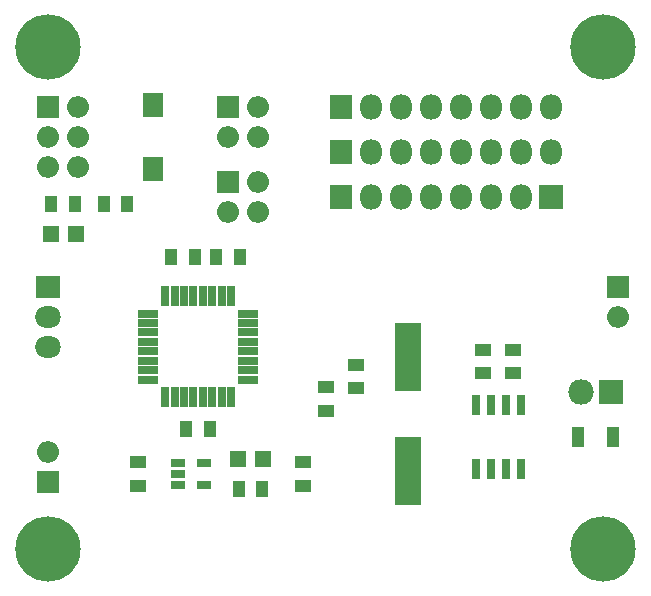
<source format=gbr>
G04 #@! TF.FileFunction,Soldermask,Top*
%FSLAX46Y46*%
G04 Gerber Fmt 4.6, Leading zero omitted, Abs format (unit mm)*
G04 Created by KiCad (PCBNEW 4.0.3-stable) date 10/08/16 12:11:26*
%MOMM*%
%LPD*%
G01*
G04 APERTURE LIST*
%ADD10C,0.100000*%
%ADD11R,0.727000X1.677000*%
%ADD12R,2.159000X2.159000*%
%ADD13R,2.227580X5.727700*%
%ADD14R,0.677000X1.727000*%
%ADD15R,1.727000X0.677000*%
%ADD16R,1.127000X1.377000*%
%ADD17R,1.377000X1.127000*%
%ADD18R,1.325880X1.325880*%
%ADD19R,1.854200X1.854200*%
%ADD20O,1.854200X1.854200*%
%ADD21R,1.854200X2.159000*%
%ADD22O,1.854200X2.159000*%
%ADD23O,2.159000X2.159000*%
%ADD24R,2.159000X1.854200*%
%ADD25O,2.159000X1.854200*%
%ADD26R,1.727000X2.127000*%
%ADD27R,1.187000X0.777000*%
%ADD28R,1.127000X1.727000*%
%ADD29C,5.527000*%
%ADD30C,0.727000*%
G04 APERTURE END LIST*
D10*
D11*
X98425000Y-70960000D03*
X97155000Y-70960000D03*
X95885000Y-70960000D03*
X94615000Y-70960000D03*
X94615000Y-76360000D03*
X95885000Y-76360000D03*
X97155000Y-76360000D03*
X98425000Y-76360000D03*
D12*
X100965000Y-53340000D03*
D13*
X88900000Y-76603860D03*
X88900000Y-66906140D03*
D14*
X68320000Y-70290000D03*
X69120000Y-70290000D03*
X69920000Y-70290000D03*
X70720000Y-70290000D03*
X71520000Y-70290000D03*
X72320000Y-70290000D03*
X73120000Y-70290000D03*
X73920000Y-70290000D03*
D15*
X75370000Y-68840000D03*
X75370000Y-68040000D03*
X75370000Y-67240000D03*
X75370000Y-66440000D03*
X75370000Y-65640000D03*
X75370000Y-64840000D03*
X75370000Y-64040000D03*
X75370000Y-63240000D03*
D14*
X73920000Y-61790000D03*
X73120000Y-61790000D03*
X72320000Y-61790000D03*
X71520000Y-61790000D03*
X70720000Y-61790000D03*
X69920000Y-61790000D03*
X69120000Y-61790000D03*
X68320000Y-61790000D03*
D15*
X66870000Y-63240000D03*
X66870000Y-64040000D03*
X66870000Y-64840000D03*
X66870000Y-65640000D03*
X66870000Y-66440000D03*
X66870000Y-67240000D03*
X66870000Y-68040000D03*
X66870000Y-68840000D03*
D16*
X70120000Y-73025000D03*
X72120000Y-73025000D03*
X74660000Y-58420000D03*
X72660000Y-58420000D03*
X68850000Y-58420000D03*
X70850000Y-58420000D03*
D17*
X66040000Y-77835000D03*
X66040000Y-75835000D03*
X80010000Y-75835000D03*
X80010000Y-77835000D03*
X81915000Y-71485000D03*
X81915000Y-69485000D03*
X84455000Y-69580000D03*
X84455000Y-67580000D03*
X95250000Y-66310000D03*
X95250000Y-68310000D03*
D18*
X74515980Y-75565000D03*
X76614020Y-75565000D03*
X60739020Y-56515000D03*
X58640980Y-56515000D03*
D19*
X58420000Y-77470000D03*
D20*
X58420000Y-74930000D03*
D21*
X83185000Y-49530000D03*
D22*
X85725000Y-49530000D03*
X88265000Y-49530000D03*
X90805000Y-49530000D03*
X93345000Y-49530000D03*
X95885000Y-49530000D03*
X98425000Y-49530000D03*
X100965000Y-49530000D03*
D21*
X83185000Y-53340000D03*
D22*
X85725000Y-53340000D03*
X88265000Y-53340000D03*
X90805000Y-53340000D03*
X93345000Y-53340000D03*
X95885000Y-53340000D03*
X98425000Y-53340000D03*
D21*
X83185000Y-45720000D03*
D22*
X85725000Y-45720000D03*
X88265000Y-45720000D03*
X90805000Y-45720000D03*
X93345000Y-45720000D03*
X95885000Y-45720000D03*
X98425000Y-45720000D03*
X100965000Y-45720000D03*
D19*
X73660000Y-52070000D03*
D20*
X76200000Y-52070000D03*
X73660000Y-54610000D03*
X76200000Y-54610000D03*
D19*
X73660000Y-45720000D03*
D20*
X76200000Y-45720000D03*
X73660000Y-48260000D03*
X76200000Y-48260000D03*
D12*
X106045000Y-69850000D03*
D23*
X103505000Y-69850000D03*
D19*
X58420000Y-45720000D03*
D20*
X60960000Y-45720000D03*
X58420000Y-48260000D03*
X60960000Y-48260000D03*
X58420000Y-50800000D03*
X60960000Y-50800000D03*
D19*
X106680000Y-60960000D03*
D20*
X106680000Y-63500000D03*
D24*
X58420000Y-60960000D03*
D25*
X58420000Y-63500000D03*
X58420000Y-66040000D03*
D26*
X67310000Y-50960000D03*
X67310000Y-45560000D03*
D27*
X69385000Y-75885000D03*
X69385000Y-76835000D03*
X69385000Y-77785000D03*
X71585000Y-77785000D03*
X71585000Y-75885000D03*
D16*
X74565000Y-78105000D03*
X76565000Y-78105000D03*
X65135000Y-53975000D03*
X63135000Y-53975000D03*
X60690000Y-53975000D03*
X58690000Y-53975000D03*
D17*
X97790000Y-66310000D03*
X97790000Y-68310000D03*
D28*
X103275000Y-73660000D03*
X106275000Y-73660000D03*
D29*
X58420000Y-40640000D03*
D30*
X60445000Y-40640000D03*
X59851891Y-42071891D03*
X58420000Y-42665000D03*
X56988109Y-42071891D03*
X56395000Y-40640000D03*
X56988109Y-39208109D03*
X58420000Y-38615000D03*
X59851891Y-39208109D03*
D29*
X105410000Y-40640000D03*
D30*
X107435000Y-40640000D03*
X106841891Y-42071891D03*
X105410000Y-42665000D03*
X103978109Y-42071891D03*
X103385000Y-40640000D03*
X103978109Y-39208109D03*
X105410000Y-38615000D03*
X106841891Y-39208109D03*
D29*
X58420000Y-83185000D03*
D30*
X60445000Y-83185000D03*
X59851891Y-84616891D03*
X58420000Y-85210000D03*
X56988109Y-84616891D03*
X56395000Y-83185000D03*
X56988109Y-81753109D03*
X58420000Y-81160000D03*
X59851891Y-81753109D03*
D29*
X105410000Y-83185000D03*
D30*
X107435000Y-83185000D03*
X106841891Y-84616891D03*
X105410000Y-85210000D03*
X103978109Y-84616891D03*
X103385000Y-83185000D03*
X103978109Y-81753109D03*
X105410000Y-81160000D03*
X106841891Y-81753109D03*
M02*

</source>
